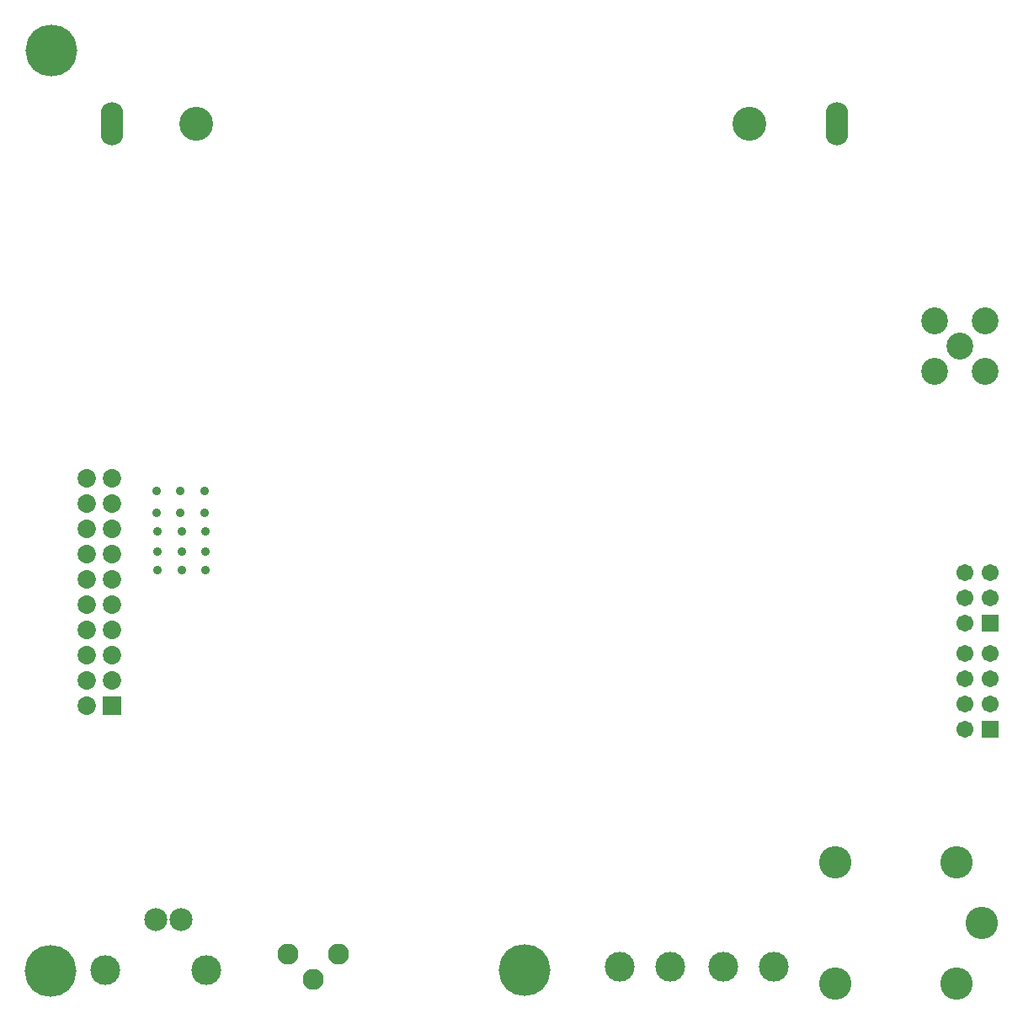
<source format=gbs>
G04*
G04 #@! TF.GenerationSoftware,Altium Limited,Altium Designer,21.0.8 (223)*
G04*
G04 Layer_Color=16711935*
%FSTAX24Y24*%
%MOIN*%
G70*
G04*
G04 #@! TF.SameCoordinates,736B94AB-3AD6-4132-BD99-26C8E2632B86*
G04*
G04*
G04 #@! TF.FilePolarity,Negative*
G04*
G01*
G75*
%ADD119C,0.1180*%
%ADD120C,0.1182*%
%ADD121C,0.0907*%
%ADD122C,0.2049*%
%ADD123C,0.1340*%
%ADD124O,0.0895X0.1710*%
%ADD125C,0.1280*%
%ADD126C,0.0671*%
%ADD127R,0.0671X0.0671*%
%ADD128C,0.1064*%
%ADD129R,0.0730X0.0730*%
%ADD130C,0.0730*%
%ADD131C,0.0830*%
%ADD132C,0.0356*%
D119*
X035952Y011526D02*
D03*
X033952D02*
D03*
X038078D02*
D03*
X040078D02*
D03*
D120*
X017591Y011372D02*
D03*
X013591D02*
D03*
D121*
X016591Y013372D02*
D03*
X015591D02*
D03*
D122*
X030197Y011378D02*
D03*
X011417Y011339D02*
D03*
X011457Y047795D02*
D03*
D123*
X039098Y044882D02*
D03*
X017203D02*
D03*
D124*
X042559D02*
D03*
X013858D02*
D03*
D125*
X04729Y015657D02*
D03*
X04249Y010857D02*
D03*
X04829Y013257D02*
D03*
X04249Y015657D02*
D03*
X04729Y010857D02*
D03*
D126*
X047622Y027126D02*
D03*
Y026126D02*
D03*
Y025126D02*
D03*
X048622Y027126D02*
D03*
Y026126D02*
D03*
Y021929D02*
D03*
Y022929D02*
D03*
Y023929D02*
D03*
X047622Y020929D02*
D03*
Y021929D02*
D03*
Y022929D02*
D03*
Y023929D02*
D03*
D127*
X048622Y025126D02*
D03*
Y020929D02*
D03*
D128*
X046425Y037079D02*
D03*
Y035079D02*
D03*
X048425D02*
D03*
Y037079D02*
D03*
X047425Y036079D02*
D03*
D129*
X01385Y02185D02*
D03*
D130*
X01285D02*
D03*
X01385Y02285D02*
D03*
X01285D02*
D03*
X01385Y02385D02*
D03*
X01285D02*
D03*
X01385Y02485D02*
D03*
X01285D02*
D03*
X01385Y02585D02*
D03*
X01285D02*
D03*
X01385Y02685D02*
D03*
X01285D02*
D03*
X01385Y02785D02*
D03*
X01285D02*
D03*
X01385Y02885D02*
D03*
X01285D02*
D03*
X01385Y02985D02*
D03*
X01285D02*
D03*
X01385Y03085D02*
D03*
X01285D02*
D03*
D131*
X020827Y012008D02*
D03*
X022827D02*
D03*
X021827Y011008D02*
D03*
D132*
X016614Y027968D02*
D03*
X01566Y02874D02*
D03*
X01752Y030354D02*
D03*
X016575Y029496D02*
D03*
X01562D02*
D03*
X01752D02*
D03*
X017559Y027205D02*
D03*
Y027968D02*
D03*
X01562Y030354D02*
D03*
X016614Y027205D02*
D03*
X01566Y027968D02*
D03*
Y027205D02*
D03*
X017559Y02874D02*
D03*
X016575Y030354D02*
D03*
X016614Y02874D02*
D03*
M02*

</source>
